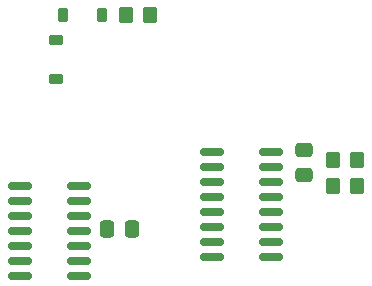
<source format=gbr>
%TF.GenerationSoftware,KiCad,Pcbnew,7.0.1*%
%TF.CreationDate,2023-11-18T18:07:09+02:00*%
%TF.ProjectId,Micr0,4d696372-302e-46b6-9963-61645f706362,rev?*%
%TF.SameCoordinates,Original*%
%TF.FileFunction,Paste,Bot*%
%TF.FilePolarity,Positive*%
%FSLAX46Y46*%
G04 Gerber Fmt 4.6, Leading zero omitted, Abs format (unit mm)*
G04 Created by KiCad (PCBNEW 7.0.1) date 2023-11-18 18:07:09*
%MOMM*%
%LPD*%
G01*
G04 APERTURE LIST*
G04 Aperture macros list*
%AMRoundRect*
0 Rectangle with rounded corners*
0 $1 Rounding radius*
0 $2 $3 $4 $5 $6 $7 $8 $9 X,Y pos of 4 corners*
0 Add a 4 corners polygon primitive as box body*
4,1,4,$2,$3,$4,$5,$6,$7,$8,$9,$2,$3,0*
0 Add four circle primitives for the rounded corners*
1,1,$1+$1,$2,$3*
1,1,$1+$1,$4,$5*
1,1,$1+$1,$6,$7*
1,1,$1+$1,$8,$9*
0 Add four rect primitives between the rounded corners*
20,1,$1+$1,$2,$3,$4,$5,0*
20,1,$1+$1,$4,$5,$6,$7,0*
20,1,$1+$1,$6,$7,$8,$9,0*
20,1,$1+$1,$8,$9,$2,$3,0*%
G04 Aperture macros list end*
%ADD10RoundRect,0.225000X-0.225000X-0.375000X0.225000X-0.375000X0.225000X0.375000X-0.225000X0.375000X0*%
%ADD11RoundRect,0.250000X-0.350000X-0.450000X0.350000X-0.450000X0.350000X0.450000X-0.350000X0.450000X0*%
%ADD12RoundRect,0.150000X-0.850000X-0.150000X0.850000X-0.150000X0.850000X0.150000X-0.850000X0.150000X0*%
%ADD13RoundRect,0.225000X0.375000X-0.225000X0.375000X0.225000X-0.375000X0.225000X-0.375000X-0.225000X0*%
%ADD14RoundRect,0.250000X0.350000X0.450000X-0.350000X0.450000X-0.350000X-0.450000X0.350000X-0.450000X0*%
%ADD15RoundRect,0.150000X0.825000X0.150000X-0.825000X0.150000X-0.825000X-0.150000X0.825000X-0.150000X0*%
%ADD16RoundRect,0.250000X-0.337500X-0.475000X0.337500X-0.475000X0.337500X0.475000X-0.337500X0.475000X0*%
%ADD17RoundRect,0.250000X0.475000X-0.337500X0.475000X0.337500X-0.475000X0.337500X-0.475000X-0.337500X0*%
G04 APERTURE END LIST*
D10*
%TO.C,D2*%
X101600000Y-48250000D03*
X104900000Y-48250000D03*
%TD*%
D11*
%TO.C,R16*%
X124500000Y-62750000D03*
X126500000Y-62750000D03*
%TD*%
D12*
%TO.C,U2*%
X114250000Y-68695000D03*
X114250000Y-67425000D03*
X114250000Y-66155000D03*
X114250000Y-64885000D03*
X114250000Y-63615000D03*
X114250000Y-62345000D03*
X114250000Y-61075000D03*
X114250000Y-59805000D03*
X119250000Y-59805000D03*
X119250000Y-61075000D03*
X119250000Y-62345000D03*
X119250000Y-63615000D03*
X119250000Y-64885000D03*
X119250000Y-66155000D03*
X119250000Y-67425000D03*
X119250000Y-68695000D03*
%TD*%
D13*
%TO.C,D1*%
X101000000Y-53650000D03*
X101000000Y-50350000D03*
%TD*%
D14*
%TO.C,R15*%
X126500000Y-60500000D03*
X124500000Y-60500000D03*
%TD*%
D15*
%TO.C,U1*%
X102975000Y-62690000D03*
X102975000Y-63960000D03*
X102975000Y-65230000D03*
X102975000Y-66500000D03*
X102975000Y-67770000D03*
X102975000Y-69040000D03*
X102975000Y-70310000D03*
X98025000Y-70310000D03*
X98025000Y-69040000D03*
X98025000Y-67770000D03*
X98025000Y-66500000D03*
X98025000Y-65230000D03*
X98025000Y-63960000D03*
X98025000Y-62690000D03*
%TD*%
D16*
%TO.C,C7*%
X105362500Y-66350000D03*
X107437500Y-66350000D03*
%TD*%
D17*
%TO.C,C8*%
X122000000Y-61787500D03*
X122000000Y-59712500D03*
%TD*%
D11*
%TO.C,R6*%
X107000000Y-48250000D03*
X109000000Y-48250000D03*
%TD*%
M02*

</source>
